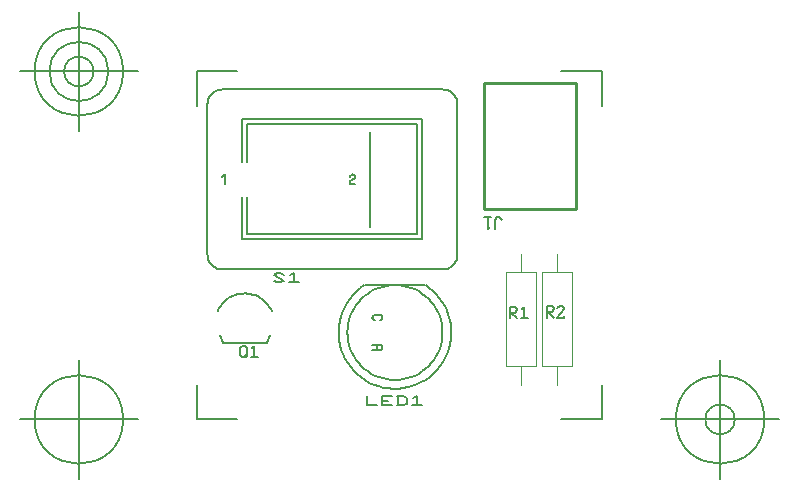
<source format=gbr>
G04 Generated by Ultiboard 14.2 *
%FSLAX24Y24*%
%MOIN*%

%ADD10C,0.0001*%
%ADD11C,0.0080*%
%ADD12C,0.0061*%
%ADD13C,0.0079*%
%ADD14C,0.0100*%
%ADD15C,0.0039*%
%ADD16C,0.0050*%


G04 ColorRGB FFFF00 for the following layer *
%LNSilkscreen Top*%
%LPD*%
G54D10*
G54D11*
X-144Y-4830D02*
X-144Y-5127D01*
X189Y-5127D01*
X689Y-5127D02*
X356Y-5127D01*
X356Y-4979D01*
X356Y-4830D01*
X689Y-4830D01*
X356Y-4979D02*
X578Y-4979D01*
X856Y-5127D02*
X1078Y-5127D01*
X1189Y-5068D01*
X1189Y-4889D01*
X1078Y-4830D01*
X856Y-4830D01*
X911Y-4830D02*
X911Y-5127D01*
X1411Y-4889D02*
X1522Y-4830D01*
X1522Y-5127D01*
X1356Y-5127D02*
X1689Y-5127D01*
X-221Y-1127D02*
X-354Y-1222D01*
X-479Y-1329D01*
X-593Y-1445D01*
X-697Y-1572D01*
X-790Y-1706D01*
X-871Y-1849D01*
X-938Y-1998D01*
X-993Y-2152D01*
X-1034Y-2310D01*
X-1061Y-2471D01*
X-1074Y-2635D01*
X-1072Y-2798D01*
X-1057Y-2961D01*
X-1027Y-3122D01*
X-983Y-3279D01*
X-926Y-3433D01*
X-856Y-3580D01*
X-773Y-3721D01*
X-678Y-3854D01*
X-571Y-3979D01*
X-455Y-4093D01*
X-328Y-4197D01*
X-194Y-4290D01*
X-51Y-4371D01*
X98Y-4438D01*
X252Y-4493D01*
X410Y-4534D01*
X571Y-4561D01*
X735Y-4574D01*
X898Y-4572D01*
X1061Y-4557D01*
X1222Y-4527D01*
X1379Y-4483D01*
X1533Y-4426D01*
X1680Y-4356D01*
X1821Y-4273D01*
X1954Y-4178D01*
X2079Y-4071D01*
X2193Y-3955D01*
X2297Y-3828D01*
X2390Y-3694D01*
X2471Y-3551D01*
X2538Y-3402D01*
X2593Y-3248D01*
X2634Y-3090D01*
X2661Y-2929D01*
X2674Y-2765D01*
X2672Y-2602D01*
X2657Y-2439D01*
X2627Y-2278D01*
X2583Y-2121D01*
X2526Y-1967D01*
X2456Y-1820D01*
X2373Y-1679D01*
X2278Y-1546D01*
X2171Y-1421D01*
X2055Y-1307D01*
X1928Y-1203D01*
X1821Y-1127D01*
X800Y-4283D02*
X938Y-4277D01*
X1075Y-4259D01*
X1210Y-4229D01*
X1342Y-4188D01*
X1469Y-4135D01*
X1592Y-4071D01*
X1708Y-3997D01*
X1818Y-3913D01*
X1920Y-3820D01*
X2013Y-3718D01*
X2097Y-3608D01*
X2171Y-3492D01*
X2235Y-3369D01*
X2288Y-3242D01*
X2329Y-3110D01*
X2359Y-2975D01*
X2377Y-2838D01*
X2383Y-2700D01*
X2377Y-2562D01*
X2359Y-2425D01*
X2329Y-2290D01*
X2288Y-2158D01*
X2235Y-2031D01*
X2171Y-1908D01*
X2097Y-1792D01*
X2013Y-1682D01*
X1920Y-1580D01*
X1818Y-1487D01*
X1708Y-1403D01*
X1592Y-1329D01*
X1469Y-1265D01*
X1342Y-1212D01*
X1210Y-1171D01*
X1075Y-1141D01*
X938Y-1123D01*
X800Y-1117D01*
X662Y-1123D01*
X525Y-1141D01*
X390Y-1171D01*
X258Y-1212D01*
X131Y-1265D01*
X8Y-1329D01*
X-108Y-1403D01*
X-218Y-1487D01*
X-320Y-1580D01*
X-413Y-1682D01*
X-497Y-1792D01*
X-571Y-1908D01*
X-635Y-2031D01*
X-688Y-2158D01*
X-729Y-2290D01*
X-759Y-2425D01*
X-777Y-2562D01*
X-783Y-2700D01*
X-777Y-2838D01*
X-759Y-2975D01*
X-729Y-3110D01*
X-688Y-3242D01*
X-635Y-3369D01*
X-571Y-3492D01*
X-497Y-3608D01*
X-413Y-3718D01*
X-320Y-3820D01*
X-218Y-3913D01*
X-108Y-3997D01*
X8Y-4071D01*
X131Y-4135D01*
X258Y-4188D01*
X390Y-4229D01*
X525Y-4259D01*
X662Y-4277D01*
X800Y-4283D01*
X50Y-3117D02*
X300Y-3117D01*
X300Y-3283D02*
X307Y-3283D01*
X314Y-3282D01*
X322Y-3280D01*
X329Y-3278D01*
X335Y-3276D01*
X342Y-3272D01*
X348Y-3268D01*
X354Y-3264D01*
X359Y-3259D01*
X364Y-3254D01*
X368Y-3248D01*
X372Y-3242D01*
X376Y-3235D01*
X378Y-3229D01*
X380Y-3222D01*
X382Y-3214D01*
X383Y-3207D01*
X383Y-3200D01*
X383Y-3193D01*
X382Y-3186D01*
X380Y-3178D01*
X378Y-3171D01*
X376Y-3165D01*
X372Y-3158D01*
X368Y-3152D01*
X364Y-3146D01*
X359Y-3141D01*
X354Y-3136D01*
X348Y-3132D01*
X342Y-3128D01*
X335Y-3124D01*
X329Y-3122D01*
X322Y-3120D01*
X314Y-3118D01*
X307Y-3117D01*
X300Y-3117D01*
X217Y-3117D02*
X217Y-3283D01*
X1800Y-1117D02*
X-200Y-1117D01*
X133Y-2117D02*
X126Y-2117D01*
X119Y-2118D01*
X112Y-2120D01*
X105Y-2122D01*
X98Y-2124D01*
X92Y-2128D01*
X86Y-2132D01*
X80Y-2136D01*
X74Y-2141D01*
X70Y-2146D01*
X65Y-2152D01*
X61Y-2158D01*
X58Y-2165D01*
X55Y-2171D01*
X53Y-2178D01*
X51Y-2186D01*
X50Y-2193D01*
X50Y-2200D01*
X50Y-2207D01*
X51Y-2214D01*
X53Y-2222D01*
X55Y-2229D01*
X58Y-2235D01*
X61Y-2242D01*
X65Y-2248D01*
X70Y-2254D01*
X74Y-2259D01*
X80Y-2264D01*
X86Y-2268D01*
X92Y-2272D01*
X98Y-2276D01*
X105Y-2278D01*
X112Y-2280D01*
X119Y-2282D01*
X126Y-2283D01*
X133Y-2283D01*
X133Y-2283D01*
X300Y-2283D02*
X307Y-2283D01*
X314Y-2282D01*
X322Y-2280D01*
X329Y-2278D01*
X335Y-2276D01*
X342Y-2272D01*
X348Y-2268D01*
X354Y-2264D01*
X359Y-2259D01*
X364Y-2254D01*
X368Y-2248D01*
X372Y-2242D01*
X376Y-2235D01*
X378Y-2229D01*
X380Y-2222D01*
X382Y-2214D01*
X383Y-2207D01*
X383Y-2200D01*
X383Y-2193D01*
X382Y-2186D01*
X380Y-2178D01*
X378Y-2171D01*
X376Y-2165D01*
X372Y-2158D01*
X368Y-2152D01*
X364Y-2146D01*
X359Y-2141D01*
X354Y-2136D01*
X348Y-2132D01*
X342Y-2128D01*
X335Y-2124D01*
X329Y-2122D01*
X322Y-2120D01*
X314Y-2118D01*
X307Y-2117D01*
X300Y-2117D01*
X133Y-2117D02*
X300Y-2117D01*
X50Y-3283D02*
X300Y-3283D01*
X-4928Y-3051D02*
X-3471Y-3051D01*
X-3304Y-1989D02*
X-3343Y-1911D01*
X-3388Y-1837D01*
X-3439Y-1768D01*
X-3496Y-1703D01*
X-3559Y-1643D01*
X-3626Y-1589D01*
X-3698Y-1541D01*
X-3774Y-1500D01*
X-3853Y-1465D01*
X-3935Y-1438D01*
X-4019Y-1417D01*
X-4104Y-1404D01*
X-4191Y-1399D01*
X-4277Y-1401D01*
X-4363Y-1411D01*
X-4448Y-1428D01*
X-4531Y-1452D01*
X-4611Y-1484D01*
X-4689Y-1522D01*
X-4762Y-1567D01*
X-4832Y-1618D01*
X-4897Y-1675D01*
X-4956Y-1738D01*
X-5010Y-1805D01*
X-5058Y-1877D01*
X-5100Y-1953D01*
X-5115Y-1987D01*
X-3244Y-968D02*
X-3133Y-1027D01*
X-3022Y-1027D01*
X-2911Y-968D01*
X-3244Y-789D01*
X-3133Y-730D01*
X-3022Y-730D01*
X-2911Y-789D01*
X-2689Y-789D02*
X-2578Y-730D01*
X-2578Y-1027D01*
X-2744Y-1027D02*
X-2411Y-1027D01*
X2383Y-600D02*
X-4950Y-600D01*
X-4950Y5400D02*
X2383Y5400D01*
X1717Y400D02*
X-4283Y400D01*
X-4283Y4400D02*
X1717Y4400D01*
X1550Y567D02*
X-4117Y567D01*
X-4117Y4233D02*
X1550Y4233D01*
X-5450Y4900D02*
X-5450Y-100D01*
X-4283Y400D02*
X-4283Y1817D01*
X-4117Y567D02*
X-4117Y1817D01*
X-5450Y-100D02*
X-5448Y-144D01*
X-5442Y-187D01*
X-5433Y-229D01*
X-5420Y-271D01*
X-5403Y-311D01*
X-5383Y-350D01*
X-5360Y-387D01*
X-5333Y-421D01*
X-5304Y-454D01*
X-5271Y-483D01*
X-5237Y-510D01*
X-5200Y-533D01*
X-5161Y-553D01*
X-5121Y-570D01*
X-5079Y-583D01*
X-5037Y-592D01*
X-4994Y-598D01*
X-4950Y-600D01*
X-4950Y-600D01*
X-4283Y2983D02*
X-4283Y4400D01*
X-4117Y2983D02*
X-4117Y4233D01*
X-4867Y2233D02*
X-4867Y2567D01*
X-4950Y2483D01*
X-4950Y5400D02*
X-4994Y5398D01*
X-5037Y5392D01*
X-5079Y5383D01*
X-5121Y5370D01*
X-5161Y5353D01*
X-5200Y5333D01*
X-5237Y5310D01*
X-5271Y5283D01*
X-5304Y5254D01*
X-5333Y5221D01*
X-5360Y5187D01*
X-5383Y5150D01*
X-5403Y5111D01*
X-5420Y5071D01*
X-5433Y5029D01*
X-5442Y4987D01*
X-5448Y4944D01*
X-5450Y4900D01*
X-5450Y4900D01*
X-33Y3983D02*
X-33Y817D01*
X1717Y4400D02*
X1717Y400D01*
X1550Y4233D02*
X1550Y567D01*
X2883Y4900D02*
X2883Y-100D01*
X2383Y-600D02*
X2427Y-598D01*
X2470Y-592D01*
X2513Y-583D01*
X2554Y-570D01*
X2595Y-553D01*
X2633Y-533D01*
X2670Y-510D01*
X2705Y-483D01*
X2737Y-454D01*
X2766Y-421D01*
X2793Y-387D01*
X2816Y-350D01*
X2837Y-311D01*
X2853Y-271D01*
X2866Y-229D01*
X2876Y-187D01*
X2881Y-144D01*
X2883Y-100D01*
X2883Y-100D01*
X-533Y2233D02*
X-700Y2233D01*
X-617Y2400D02*
X-609Y2400D01*
X-602Y2401D01*
X-595Y2403D01*
X-588Y2405D01*
X-581Y2408D01*
X-575Y2411D01*
X-569Y2415D01*
X-563Y2420D01*
X-558Y2424D01*
X-553Y2430D01*
X-548Y2436D01*
X-544Y2442D01*
X-541Y2448D01*
X-538Y2455D01*
X-536Y2462D01*
X-535Y2469D01*
X-534Y2476D01*
X-533Y2483D01*
X-534Y2491D01*
X-535Y2498D01*
X-536Y2505D01*
X-538Y2512D01*
X-541Y2519D01*
X-544Y2525D01*
X-548Y2531D01*
X-553Y2537D01*
X-558Y2542D01*
X-563Y2547D01*
X-569Y2552D01*
X-575Y2556D01*
X-581Y2559D01*
X-588Y2562D01*
X-595Y2564D01*
X-602Y2565D01*
X-609Y2566D01*
X-617Y2567D01*
X-624Y2566D01*
X-631Y2565D01*
X-638Y2564D01*
X-645Y2562D01*
X-652Y2559D01*
X-658Y2556D01*
X-664Y2552D01*
X-670Y2547D01*
X-676Y2542D01*
X-680Y2537D01*
X-685Y2531D01*
X-689Y2525D01*
X-692Y2519D01*
X-695Y2512D01*
X-697Y2505D01*
X-699Y2498D01*
X-700Y2491D01*
X-700Y2483D01*
X-617Y2400D02*
X-624Y2400D01*
X-631Y2399D01*
X-638Y2397D01*
X-645Y2395D01*
X-652Y2392D01*
X-658Y2389D01*
X-664Y2385D01*
X-670Y2380D01*
X-676Y2376D01*
X-680Y2370D01*
X-685Y2364D01*
X-689Y2358D01*
X-692Y2352D01*
X-695Y2345D01*
X-697Y2338D01*
X-699Y2331D01*
X-700Y2324D01*
X-700Y2317D01*
X-700Y2233D02*
X-700Y2317D01*
X2883Y4900D02*
X2881Y4944D01*
X2876Y4987D01*
X2866Y5029D01*
X2853Y5071D01*
X2836Y5111D01*
X2816Y5150D01*
X2793Y5187D01*
X2766Y5221D01*
X2737Y5254D01*
X2705Y5283D01*
X2670Y5310D01*
X2633Y5333D01*
X2595Y5353D01*
X2554Y5370D01*
X2513Y5383D01*
X2470Y5392D01*
X2427Y5398D01*
X2383Y5400D01*
X4639Y-2233D02*
X4639Y-1839D01*
X4796Y-1839D01*
X4874Y-1918D01*
X4874Y-1957D01*
X4796Y-2036D01*
X4639Y-2036D01*
X4678Y-2036D02*
X4874Y-2233D01*
X5031Y-1918D02*
X5110Y-1839D01*
X5110Y-2233D01*
X4992Y-2233D02*
X5227Y-2233D01*
X5862Y-2205D02*
X5862Y-1811D01*
X6019Y-1811D01*
X6097Y-1890D01*
X6097Y-1929D01*
X6019Y-2008D01*
X5862Y-2008D01*
X5901Y-2008D02*
X6097Y-2205D01*
X6215Y-1890D02*
X6293Y-1811D01*
X6372Y-1811D01*
X6450Y-1890D01*
X6450Y-1929D01*
X6215Y-2205D01*
X6450Y-2205D01*
X6450Y-2165D01*
G54D12*
X-4361Y-3454D02*
X-4283Y-3532D01*
X-4204Y-3532D01*
X-4126Y-3454D01*
X-4126Y-3218D01*
X-4204Y-3139D01*
X-4283Y-3139D01*
X-4361Y-3218D01*
X-4361Y-3454D01*
X-4204Y-3454D02*
X-4126Y-3532D01*
X-3970Y-3218D02*
X-3892Y-3139D01*
X-3892Y-3532D01*
X-4009Y-3532D02*
X-3774Y-3532D01*
X4361Y1054D02*
X4282Y1133D01*
X4204Y1133D01*
X4126Y1054D01*
X4126Y739D01*
X3969Y818D02*
X3890Y739D01*
X3890Y1133D01*
X4008Y1133D02*
X3773Y1133D01*
G54D13*
X-4934Y-3053D02*
X-5037Y-2774D01*
X-3469Y-3051D02*
X-3371Y-2768D01*
G54D14*
X3754Y5604D02*
X6824Y5604D01*
X6824Y1431D01*
X3754Y1431D01*
X3754Y5604D01*
G54D15*
X4492Y-3819D02*
X5496Y-3819D01*
X5496Y-669D01*
X4492Y-669D01*
X4492Y-3819D01*
X5000Y-4449D02*
X5000Y-3819D01*
X5000Y-669D02*
X5000Y-79D01*
X5692Y-3819D02*
X6696Y-3819D01*
X6696Y-669D01*
X5692Y-669D01*
X5692Y-3819D01*
X6200Y-4449D02*
X6200Y-3819D01*
X6200Y-669D02*
X6200Y-79D01*
G54D16*
X-5800Y-5600D02*
X-5800Y-4440D01*
X-5800Y-5600D02*
X-4450Y-5600D01*
X7700Y-5600D02*
X6350Y-5600D01*
X7700Y-5600D02*
X7700Y-4440D01*
X7700Y6000D02*
X7700Y4840D01*
X7700Y6000D02*
X6350Y6000D01*
X-5800Y6000D02*
X-4450Y6000D01*
X-5800Y6000D02*
X-5800Y4840D01*
X-7769Y-5600D02*
X-11706Y-5600D01*
X-9737Y-7569D02*
X-9737Y-3632D01*
X-11213Y-5600D02*
G75*
D01*
G02X-11213Y-5600I1476J0*
G01*
X9669Y-5600D02*
X13606Y-5600D01*
X11637Y-7569D02*
X11637Y-3632D01*
X10161Y-5600D02*
G75*
D01*
G02X10161Y-5600I1476J0*
G01*
X11145Y-5600D02*
G75*
D01*
G02X11145Y-5600I492J0*
G01*
X-7769Y6000D02*
X-11706Y6000D01*
X-9737Y4031D02*
X-9737Y7969D01*
X-11213Y6000D02*
G75*
D01*
G02X-11213Y6000I1476J0*
G01*
X-10721Y6000D02*
G75*
D01*
G02X-10721Y6000I984J0*
G01*
X-10229Y6000D02*
G75*
D01*
G02X-10229Y6000I492J0*
G01*

M02*

</source>
